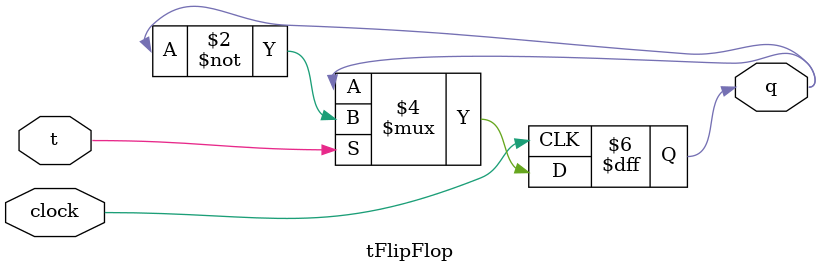
<source format=v>
module tFlipFlop (
    output reg q,input t,clock
);
    initial begin
        q <= 0;
    end
    always @(negedge clock) begin
        if(t)
            q <= ~q;
    end
endmodule
</source>
